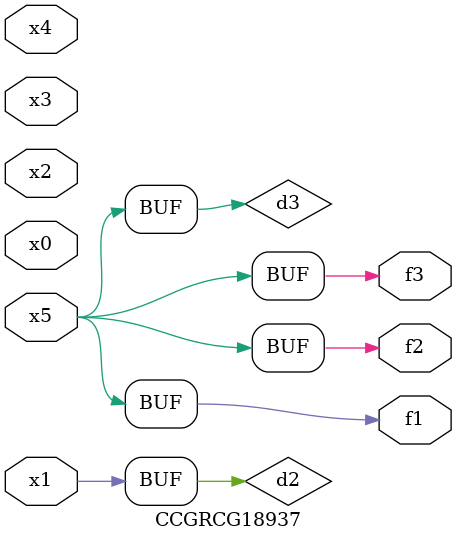
<source format=v>
module CCGRCG18937(
	input x0, x1, x2, x3, x4, x5,
	output f1, f2, f3
);

	wire d1, d2, d3;

	not (d1, x5);
	or (d2, x1);
	xnor (d3, d1);
	assign f1 = d3;
	assign f2 = d3;
	assign f3 = d3;
endmodule

</source>
